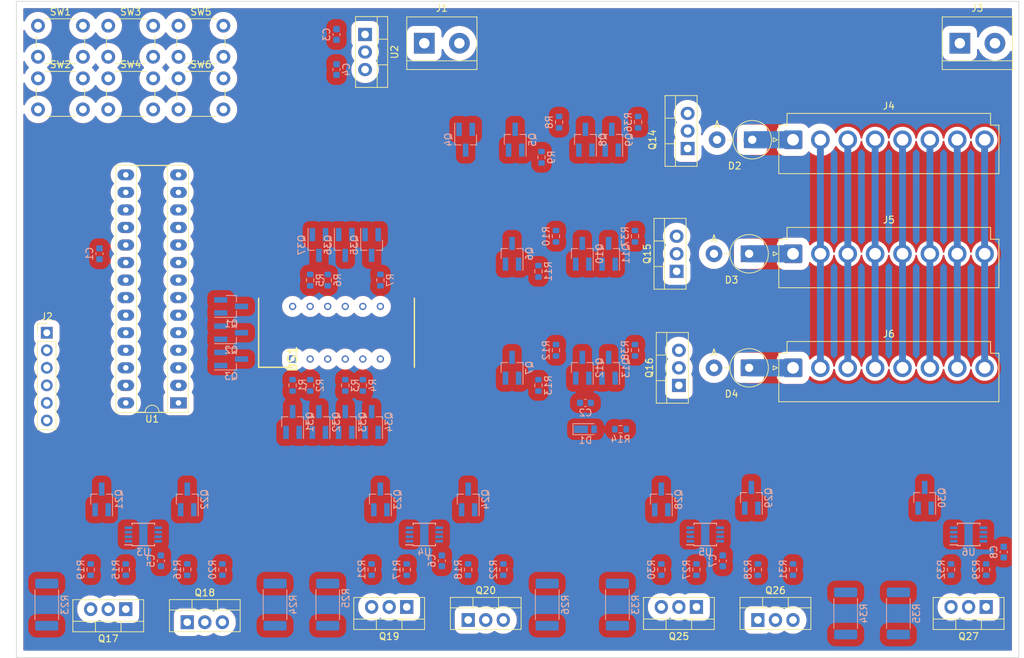
<source format=kicad_pcb>
(kicad_pcb (version 20211014) (generator pcbnew)
  (layers (0 "F.Cu" signal) (31 "B.Cu" signal) (34 "B.Paste" user) (35 "F.Paste" user) (36 "B.SilkS" user "B.Silkscreen") (37 "F.SilkS" user "F.Silkscreen") (38 "B.Mask" user) (39 "F.Mask" user) (44 "Edge.Cuts" user))
  (net 0 "")
  (net 1 "GND")
  (net 2 "+3.3V")
  (net 3 "Net-(C2-Pad2)")
  (net 4 "+12V")
  (net 5 "/anodeOne")
  (net 6 "/anodeTen")
  (net 7 "/anodeHun")
  (net 8 "Net-(DS1-Pad1)")
  (net 9 "Net-(DS1-Pad2)")
  (net 11 "Net-(DS1-Pad4)")
  (net 12 "Net-(DS1-Pad5)")
  (net 14 "Net-(DS1-Pad7)")
  (net 15 "Net-(DS1-Pad8)")
  (net 16 "Net-(DS1-Pad9)")
  (net 17 "Net-(DS1-Pad10)")
  (net 18 "Net-(DS1-Pad11)")
  (net 19 "Net-(DS1-Pad12)")
  (net 20 "/MCLR")
  (net 21 "/PGD")
  (net 22 "/PGC")
  (net 24 "VDD")
  (net 25 "/cathodeA")
  (net 26 "/cathodeB")
  (net 27 "/cathodeC")
  (net 28 "/cathodeD")
  (net 29 "/cathodeE")
  (net 30 "/cathodeF")
  (net 31 "/cathodeG")
  (net 32 "/placeHun")
  (net 33 "/placeTen")
  (net 34 "/placeOne")
  (net 35 "/enable")
  (net 36 "Net-(Q4-Pad3)")
  (net 37 "Net-(Q5-Pad3)")
  (net 38 "Net-(Q6-Pad3)")
  (net 39 "Net-(Q7-Pad3)")
  (net 40 "Net-(Q8-Pad1)")
  (net 41 "Net-(Q10-Pad1)")
  (net 42 "Net-(Q10-Pad3)")
  (net 43 "Net-(Q12-Pad1)")
  (net 44 "Net-(Q12-Pad3)")
  (net 45 "Net-(Q17-Pad1)")
  (net 46 "Net-(Q17-Pad3)")
  (net 47 "Net-(Q18-Pad1)")
  (net 48 "Net-(Q18-Pad3)")
  (net 49 "Net-(Q19-Pad1)")
  (net 50 "Net-(Q19-Pad3)")
  (net 51 "Net-(Q20-Pad1)")
  (net 52 "Net-(Q20-Pad3)")
  (net 53 "/segmentA")
  (net 54 "/Vref")
  (net 55 "/segmentB")
  (net 56 "/segmentD")
  (net 57 "Net-(Q25-Pad1)")
  (net 58 "Net-(Q25-Pad3)")
  (net 59 "Net-(Q26-Pad1)")
  (net 60 "Net-(Q26-Pad3)")
  (net 61 "Net-(Q27-Pad1)")
  (net 62 "Net-(Q27-Pad3)")
  (net 63 "/segmentE")
  (net 64 "/segmentF")
  (net 65 "/segmentG")
  (net 66 "/segmentC")
  (net 67 "Net-(R15-Pad1)")
  (net 68 "Net-(R16-Pad1)")
  (net 69 "Net-(R17-Pad1)")
  (net 70 "Net-(R18-Pad1)")
  (net 71 "Net-(R19-Pad1)")
  (net 72 "Net-(R20-Pad1)")
  (net 73 "Net-(R21-Pad1)")
  (net 74 "Net-(R22-Pad1)")
  (net 75 "Net-(R27-Pad1)")
  (net 76 "Net-(R28-Pad1)")
  (net 77 "Net-(R29-Pad1)")
  (net 78 "Net-(R30-Pad1)")
  (net 79 "Net-(R31-Pad1)")
  (net 80 "Net-(R32-Pad1)")
  (net 81 "/plusHun")
  (net 82 "/minusHun")
  (net 83 "/plusTen")
  (net 84 "/minusTen")
  (net 85 "/plusOne")
  (net 86 "/minusOne")
  (net 87 "/SCL")
  (net 88 "/SDA")
  (net 92 "Net-(Q22-Pad2)")
  (net 93 "Net-(Q30-Pad2)")
  (net 94 "Net-(D2-Pad2)")
  (net 95 "Net-(D3-Pad2)")
  (net 96 "Net-(D4-Pad2)")
  (net 97 "Net-(Q8-Pad3)")
  (net 98 "Net-(Q14-Pad1)")
  (net 99 "Net-(Q15-Pad1)")
  (net 100 "Net-(Q16-Pad1)")
  (net 101 "Net-(Q21-Pad2)")
  (net 102 "Net-(Q23-Pad2)")
  (net 103 "Net-(Q24-Pad2)")
  (net 104 "Net-(Q28-Pad2)")
  (net 105 "Net-(Q29-Pad2)")
  (net 106 "Net-(Q32-Pad3)")
  (net 107 "Net-(Q33-Pad3)")
  (net 108 "Net-(Q34-Pad3)")
  (net 109 "Net-(Q35-Pad3)")
  (net 110 "Net-(Q36-Pad3)")
  (net 111 "Net-(Q37-Pad3)")
  (net 112 "Net-(Q31-Pad3)")
  (footprint "Package_TO_SOT_THT:TO-220-3_Vertical" (layer "F.Cu") (at 175.26 135.565)
    (fp_text reference "Q26")
    (fp_text value "TK40E06N1")
  )
  (footprint "Diode_THT:D_DO-27_P5.08mm_Vertical_AnodeUp" (layer "F.Cu") (at 173.99 82.55 180)
    (fp_text reference "D3")
    (fp_text value "ER504")
  )
  (footprint "Package_TO_SOT_THT:TO-220-3_Vertical" (layer "F.Cu") (at 83.82 134 180)
    (fp_text reference "Q17")
    (fp_text value "TK40E06N1")
  )
  (footprint "Button_Switch_THT:SW_PUSH_6mm" (layer "F.Cu") (at 91.44 49.53)
    (fp_text reference "SW5")
    (fp_text value "SW_Push")
  )
  (footprint "Connector_JST:JST_VH_B8P-VH_1x08_P3.96mm_Vertical" (layer "F.Cu") (at 180.34 82.55)
    (fp_text reference "J5")
    (fp_text value "Conn_01x08_Male")
  )
  (footprint "Button_Switch_THT:SW_PUSH_6mm" (layer "F.Cu") (at 91.44 57.15)
    (fp_text reference "SW6")
    (fp_text value "SW_Push")
  )
  (footprint "2831BS-RIGHT-ANGLE:DIPS762W45P254L2253H610Q12N" (layer "F.Cu") (at 107.95 97.79 90)
    (fp_text reference "DS1")
    (fp_text value "2831BS-RIGHT-ANGLE" hide)
  )
  (footprint "Button_Switch_THT:SW_PUSH_6mm" (layer "F.Cu") (at 71.12 49.53)
    (fp_text reference "SW1")
    (fp_text value "SW_Push")
  )
  (footprint "Package_TO_SOT_THT:TO-220-3_Vertical" (layer "F.Cu") (at 118.435 50.8 -90)
    (fp_text reference "U2")
    (fp_text value "LM2931-3.3_TO220")
  )
  (footprint "Button_Switch_THT:SW_PUSH_6mm" (layer "F.Cu") (at 71.12 57.15)
    (fp_text reference "SW2")
    (fp_text value "SW_Push")
  )
  (footprint "Package_DIP:DIP-28_W7.62mm_Socket_LongPads" (layer "F.Cu") (at 91.44 104.14 180)
    (fp_text reference "U1")
    (fp_text value "PIC16F1516-ISP")
  )
  (footprint "Diode_THT:D_DO-27_P5.08mm_Vertical_AnodeUp" (layer "F.Cu") (at 174.44 66.04 180)
    (fp_text reference "D2")
    (fp_text value "ER504")
  )
  (footprint "Connector_JST:JST_VH_B8P-VH_1x08_P3.96mm_Vertical" (layer "F.Cu") (at 180.34 66.04)
    (fp_text reference "J4")
    (fp_text value "Conn_01x08_Male")
  )
  (footprint "Package_TO_SOT_THT:TO-220-3_Vertical" (layer "F.Cu") (at 163.505 85.09 90)
    (fp_text reference "Q15")
    (fp_text value "2SJ349")
  )
  (footprint "TerminalBlock:TerminalBlock_bornier-2_P5.08mm" (layer "F.Cu") (at 127 52.07)
    (fp_text reference "J1")
    (fp_text value "Conn_01x02_Male")
  )
  (footprint "Package_TO_SOT_THT:TO-220-3_Vertical" (layer "F.Cu") (at 124.46 133.675 180)
    (fp_text reference "Q19")
    (fp_text value "TK40E06N1")
  )
  (footprint "Button_Switch_THT:SW_PUSH_6mm" (layer "F.Cu") (at 81.28 57.15)
    (fp_text reference "SW4")
    (fp_text value "SW_Push")
  )
  (footprint "Package_TO_SOT_THT:TO-220-3_Vertical" (layer "F.Cu") (at 92.71 135.89)
    (fp_text reference "Q18")
    (fp_text value "TK40E06N1")
  )
  (footprint "Package_TO_SOT_THT:TO-220-3_Vertical" (layer "F.Cu") (at 166.37 133.675 180)
    (fp_text reference "Q25")
    (fp_text value "TK40E06N1")
  )
  (footprint "Connector_PinHeader_2.54mm:PinHeader_1x06_P2.54mm_Vertical" (layer "F.Cu") (at 72.39 93.98)
    (fp_text reference "J2")
    (fp_text value "Conn_01x06_Male")
  )
  (footprint "TerminalBlock:TerminalBlock_bornier-2_P5.08mm" (layer "F.Cu") (at 204.47 52.07)
    (fp_text reference "J3")
    (fp_text value "Conn_01x02_Male")
  )
  (footprint "Package_TO_SOT_THT:TO-220-3_Vertical" (layer "F.Cu") (at 133.35 135.565)
    (fp_text reference "Q20")
    (fp_text value "TK40E06N1")
  )
  (footprint "Connector_JST:JST_VH_B8P-VH_1x08_P3.96mm_Vertical" (layer "F.Cu") (at 180.34 99.06)
    (fp_text reference "J6")
    (fp_text value "Conn_01x08_Male")
  )
  (footprint "Package_TO_SOT_THT:TO-220-3_Vertical" (layer "F.Cu") (at 163.83 101.6 90)
    (fp_text reference "Q16")
    (fp_text value "2SJ349")
  )
  (footprint "Button_Switch_THT:SW_PUSH_6mm" (layer "F.Cu") (at 81.28 49.53)
    (fp_text reference "SW3")
    (fp_text value "SW_Push")
  )
  (footprint "Package_TO_SOT_THT:TO-220-3_Vertical" (layer "F.Cu") (at 208.28 133.675 180)
    (fp_text reference "Q27")
    (fp_text value "TK40E06N1")
  )
  (footprint "Diode_THT:D_DO-27_P5.08mm_Vertical_AnodeUp" (layer "F.Cu") (at 173.99 99.06 180)
    (fp_text reference "D4")
    (fp_text value "ER504")
  )
  (footprint "Package_TO_SOT_THT:TO-220-3_Vertical" (layer "F.Cu") (at 165.1 67.31 90)
    (fp_text reference "Q14")
    (fp_text value "2SJ349")
  )
  (footprint "Resistor_SMD:R_2512_6332Metric_Pad1.40x3.35mm_HandSolder" (layer "B.Cu") (at 105.41 133.35 90)
    (fp_text reference "R24")
    (fp_text value "1.0")
  )
  (footprint "Package_TO_SOT_SMD:SOT-23_Handsoldering" (layer "B.Cu") (at 119.38 106.91 90)
    (fp_text reference "Q34")
    (fp_text value "BSS138")
  )
  (footprint "Resistor_SMD:R_2512_6332Metric_Pad1.40x3.35mm_HandSolder" (layer "B.Cu") (at 187.96 134.62 90)
    (fp_text reference "R34")
    (fp_text value "1.0")
  )
  (footprint "Package_SO:TSSOP-8_3x3mm_P0.65mm" (layer "B.Cu") (at 167.64 123.19)
    (fp_text reference "U5")
    (fp_text value "LM358")
  )
  (footprint "Resistor_SMD:R_0603_1608Metric" (layer "B.Cu") (at 180.34 128.27 -90)
    (fp_text reference "R31")
    (fp_text value "1k")
  )
  (footprint "Package_TO_SOT_SMD:SOT-23_Handsoldering" (layer "B.Cu") (at 140.15 66.04 90)
    (fp_text reference "Q5")
    (fp_text value "BSS138")
  )
  (footprint "Package_TO_SOT_SMD:SOT-23_Handsoldering" (layer "B.Cu") (at 120.65 118.11 90)
    (fp_text reference "Q23")
    (fp_text value "BSS138")
  )
  (footprint "Resistor_SMD:R_0603_1608Metric" (layer "B.Cu") (at 92.71 128.27 -90)
    (fp_text reference "R16")
    (fp_text value "20")
  )
  (footprint "Package_TO_SOT_SMD:SOT-23_Handsoldering" (layer "B.Cu") (at 107.95 106.91 90)
    (fp_text reference "Q31")
    (fp_text value "BSS138")
  )
  (footprint "Capacitor_SMD:C_0603_1608Metric" (layer "B.Cu") (at 150.31 104.14)
    (fp_text reference "C2")
    (fp_text value "1u")
  )
  (footprint "Package_SO:TSSOP-8_3x3mm_P0.65mm" (layer "B.Cu") (at 86.36 123.19)
    (fp_text reference "U3")
    (fp_text value "LM358")
  )
  (footprint "Resistor_SMD:R_0603_1608Metric" (layer "B.Cu") (at 203.2 128.27 -90)
    (fp_text reference "R32")
    (fp_text value "1k")
  )
  (footprint "Resistor_SMD:R_2512_6332Metric_Pad1.40x3.35mm_HandSolder" (layer "B.Cu") (at 113.03 133.35 90)
    (fp_text reference "R25")
    (fp_text value "1.0")
  )
  (footprint "Capacitor_SMD:C_0603_1608Metric" (layer "B.Cu") (at 170.18 127 -90)
    (fp_text reference "C7")
    (fp_text value "0.1u")
  )
  (footprint "Package_TO_SOT_SMD:SOT-23_Handsoldering" (layer "B.Cu") (at 115.57 106.91 90)
    (fp_text reference "Q33")
    (fp_text value "BSS138")
  )
  (footprint "Resistor_SMD:R_0603_1608Metric" (layer "B.Cu") (at 157.93 63.5 -90)
    (fp_text reference "R36")
    (fp_text value "20")
  )
  (footprint "Resistor_SMD:R_0603_1608Metric" (layer "B.Cu") (at 124.46 128.27 -90)
    (fp_text reference "R17")
    (fp_text value "20")
  )
  (footprint "Resistor_SMD:R_0603_1608Metric" (layer "B.Cu") (at 146.05 80.01 -90)
    (fp_text reference "R10")
    (fp_text value "3.3k")
  )
  (footprint "Resistor_SMD:R_0603_1608Metric" (layer "B.Cu") (at 143.96 68.58 90)
    (fp_text reference "R9")
    (fp_text value "10k")
  )
  (footprint "Resistor_SMD:R_2512_6332Metric_Pad1.40x3.35mm_HandSolder" (layer "B.Cu") (at 72.39 133.35 90)
    (fp_text reference "R23")
    (fp_text value "1.0")
  )
  (footprint "Package_TO_SOT_SMD:SOT-23_Handsoldering" (layer "B.Cu") (at 161.29 118.11 90)
    (fp_text reference "Q28")
    (fp_text value "BSS138")
  )
  (footprint "Package_TO_SOT_SMD:SOT-23_Handsoldering" (layer "B.Cu") (at 154.12 66.04 90)
    (fp_text reference "Q9")
    (fp_text value "BSS138")
  )
  (footprint "Capacitor_SMD:C_0603_1608Metric" (layer "B.Cu") (at 88.9 127 -90)
    (fp_text reference "C5")
    (fp_text value "0.1u")
  )
  (footprint "Capacitor_SMD:C_0603_1608Metric" (layer "B.Cu") (at 114.3 55.88 90)
    (fp_text reference "C4")
    (fp_text value "10u")
  )
  (footprint "Package_TO_SOT_SMD:SOT-23_Handsoldering" (layer "B.Cu") (at 139.7 99.06 90)
    (fp_text reference "Q7")
    (fp_text value "BSS138")
  )
  (footprint "Resistor_SMD:R_0603_1608Metric" (layer "B.Cu") (at 161.29 128.27 -90)
    (fp_text reference "R30")
    (fp_text value "1k")
  )
  (footprint "Package_TO_SOT_SMD:SOT-23_Handsoldering" (layer "B.Cu") (at 80.33 118.11 90)
    (fp_text reference "Q21")
    (fp_text value "BSS138")
  )
  (footprint "Package_TO_SOT_SMD:SOT-23_Handsoldering" (layer "B.Cu") (at 149.86 99.06 90)
    (fp_text reference "Q12")
    (fp_text value "BSS84")
  )
  (footprint "Capacitor_SMD:C_0603_1608Metric" (layer "B.Cu") (at 80.01 82.55 -90)
    (fp_text reference "C1")
    (fp_text value "0.1u")
  )
  (footprint "Package_TO_SOT_SMD:SOT-23_Handsoldering" (layer "B.Cu") (at 133.35 118.11 90)
    (fp_text reference "Q24")
    (fp_text value "BSS138")
  )
  (footprint "Resistor_SMD:R_0603_1608Metric" (layer "B.Cu") (at 175.26 128.27 -90)
    (fp_text reference "R28")
    (fp_text value "20")
  )
  (footprint "Package_SO:TSSOP-8_3x3mm_P0.65mm" (layer "B.Cu") (at 127 123.19)
    (fp_text reference "U4")
    (fp_text value "LM358")
  )
  (footprint "Capacitor_SMD:C_0603_1608Metric" (layer "B.Cu") (at 210.82 125.73 -90)
    (fp_text reference "C8")
    (fp_text value "0.1u")
  )
  (footprint "Package_SO:TSSOP-8_3x3mm_P0.65mm" (layer "B.Cu") (at 205.74 123.19)
    (fp_text reference "U6")
    (fp_text value "LM358")
  )
  (footprint "Resistor_SMD:R_0603_1608Metric" (layer "B.Cu") (at 143.51 101.6 90)
    (fp_text reference "R13")
    (fp_text value "10k")
  )
  (footprint "Resistor_SMD:R_0603_1608Metric" (layer "B.Cu") (at 115.57 101.6 90)
    (fp_text reference "R3")
    (fp_text value "1k")
  )
  (footprint "Package_TO_SOT_SMD:SOT-23_Handsoldering" (layer "B.Cu") (at 99.06 97.79)
    (fp_text reference "Q3")
    (fp_text value "BSS84")
  )
  (footprint "Package_TO_SOT_SMD:SOT-23_Handsoldering" (layer "B.Cu") (at 111.76 81.28 -90)
    (fp_text reference "Q37")
    (fp_text value "BSS138")
  )
  (footprint "Resistor_SMD:R_0603_1608Metric" (layer "B.Cu") (at 138.43 128.27 -90)
    (fp_text reference "R22")
    (fp_text value "1k")
  )
  (footprint "Resistor_SMD:R_0603_1608Metric" (layer "B.Cu") (at 157.48 96.52 -90)
    (fp_text reference "R38")
    (fp_text value "20")
  )
  (footprint "Resistor_SMD:R_0603_1608Metric" (layer "B.Cu") (at 166.37 128.27 -90)
    (fp_text reference "R27")
    (fp_text value "20")
  )
  (footprint "Package_TO_SOT_SMD:SOT-23_Handsoldering" (layer "B.Cu") (at 149.86 82.55 90)
    (fp_text reference "Q10")
    (fp_text value "BSS84")
  )
  (footprint "Resistor_SMD:R_0603_1608Metric" (layer "B.Cu") (at 208.28 128.27 -90)
    (fp_text reference "R29")
    (fp_text value "20")
  )
  (footprint "Package_TO_SOT_SMD:SOT-23_Handsoldering" (layer "B.Cu") (at 92.71 118.11 90)
    (fp_text reference "Q22")
    (fp_text value "BSS138")
  )
  (footprint "Resistor_SMD:R_0603_1608Metric" (layer "B.Cu") (at 97.79 128.27 -90)
    (fp_text reference "R20")
    (fp_text value "1k")
  )
  (footprint "Resistor_SMD:R_0603_1608Metric" (layer "B.Cu") (at 146.05 96.52 -90)
    (fp_text reference "R12")
    (fp_text value "3.3k")
  )
  (footprint "Resistor_SMD:R_0603_1608Metric" (layer "B.Cu") (at 133.35 128.27 -90)
    (fp_text reference "R18")
    (fp_text value "20")
  )
  (footprint "Package_TO_SOT_SMD:SOT-23_Handsoldering" (layer "B.Cu") (at 99.06 90.17)
    (fp_text reference "Q1")
    (fp_text value "BSS84")
  )
  (footprint "Resistor_SMD:R_0603_1608Metric" (layer "B.Cu") (at 107.95 101.6 90)
    (fp_text reference "R1")
    (fp_text value "1k")
  )
  (footprint "Resistor_SMD:R_0603_1608Metric" (layer "B.Cu") (at 110.49 86.36 90)
    (fp_text reference "R5")
    (fp_text value "1k")
  )
  (footprint "Package_TO_SOT_SMD:SOT-23_Handsoldering" (layer "B.Cu") (at 119.38 81.28 -90)
    (fp_text reference "Q35")
    (fp_text value "BSS138")
  )
  (footprint "Package_TO_SOT_SMD:SOT-23_Handsoldering" (layer "B.Cu") (at 111.76 106.91 90)
    (fp_text reference "Q32")
    (fp_text value "BSS138")
  )
  (footprint "Resistor_SMD:R_2512_6332Metric_Pad1.40x3.35mm_HandSolder" (layer "B.Cu") (at 144.78 133.35 90)
    (fp_text reference "R26")
    (fp_text value "1.0")
  )
  (footprint "Package_TO_SOT_SMD:SOT-23_Handsoldering" (layer "B.Cu") (at 115.57 81.28 -90)
    (fp_text reference "Q36")
    (fp_text value "BSS138")
  )
  (footprint "Resistor_SMD:R_0603_1608Metric" (layer "B.Cu") (at 146.5 63.5 -90)
    (fp_text reference "R8")
    (fp_text value "3.3k")
  )
  (footprint "Resistor_SMD:R_0603_1608Metric" (layer "B.Cu") (at 143.51 85.09 90)
    (fp_text reference "R11")
    (fp_text value "10k")
  )
  (footprint "Resistor_SMD:R_0603_1608Metric" (layer "B.Cu") (at 155.39 107.95)
    (fp_text reference "R14")
    (fp_text value "10k")
  )
  (footprint "Package_TO_SOT_SMD:SOT-23_Handsoldering" (layer "B.Cu") (at 153.67 82.55 90)
    (fp_text reference "Q11")
    (fp_text value "BSS138")
  )
  (footprint "Package_TO_SOT_SMD:SOT-23_Handsoldering" (layer "B.Cu") (at 99.06 93.98)
    (fp_text reference "Q2")
    (fp_text value "BSS84")
  )
  (footprint "Resistor_SMD:R_0603_1608Metric" (layer "B.Cu") (at 119.38 128.27 -90)
    (fp_text reference "R21")
    (fp_text value "1k")
  )
  (footprint "Resistor_SMD:R_2512_6332Metric_Pad1.40x3.35mm_HandSolder" (layer "B.Cu") (at 154.94 133.35 90)
    (fp_text reference "R33")
    (fp_text value "1.0")
  )
  (footprint "Package_TO_SOT_SMD:SOT-23_Handsoldering" (layer "B.Cu") (at 139.7 82.55 90)
    (fp_text reference "Q6")
    (fp_text value "BSS138")
  )
  (footprint "Resistor_SMD:R_0603_1608Metric" (layer "B.Cu") (at 118.11 101.6 90)
    (fp_text reference "R4")
    (fp_text value "1k")
  )
  (footprint "Package_TO_SOT_SMD:SOT-23_Handsoldering" (layer "B.Cu") (at 199.39 117.88 90)
    (fp_text reference "Q30")
    (fp_text value "BSS138")
  )
  (footprint "Package_TO_SOT_SMD:SOT-23_Handsoldering" (layer "B.Cu") (at 150.31 66.04 90)
    (fp_text reference "Q8")
    (fp_text value "BSS84")
  )
  (footprint "Resistor_SMD:R_0603_1608Metric" (layer "B.Cu") (at 78.74 128.27 -90)
    (fp_text reference "R19")
    (fp_text value "1k")
  )
  (footprint "Capacitor_SMD:C_0603_1608Metric" (layer "B.Cu") (at 114.3 50.8 -90)
    (fp_text reference "C3")
    (fp_text value "10u")
  )
  (footprint "Resistor_SMD:R_2512_6332Metric_Pad1.40x3.35mm_HandSolder" (layer "B.Cu") (at 195.58 134.62 90)
    (fp_text reference "R35")
    (fp_text value "1.0")
  )
  (footprint "Resistor_SMD:R_0603_1608Metric" (layer "B.Cu") (at 120.65 86.36 90)
    (fp_text reference "R7")
    (fp_text value "1k")
  )
  (footprint "Diode_SMD:D_TUMD2" (layer "B.Cu") (at 150.31 107.95)
    (fp_text reference "D1")
    (fp_text value "GDZJ112C")
  )
  (footprint "Capacitor_SMD:C_0603_1608Metric" (layer "B.Cu") (at 129.54 127 -90)
    (fp_text reference "C6")
    (fp_text value "0.1u")
  )
  (footprint "Resistor_SMD:R_0603_1608Metric" (layer "B.Cu") (at 157.48 80.01 -90)
    (fp_text reference "R37")
    (fp_text value "20")
  )
  (footprint "Resistor_SMD:R_0603_1608Metric" (layer "B.Cu") (at 83.82 128.27 -90)
    (fp_text reference "R15")
    (fp_text value "20")
  )
  (footprint "Package_TO_SOT_SMD:SOT-23_Handsoldering" (layer "B.Cu") (at 174.31 117.88 90)
    (fp_text reference "Q29")
    (fp_text value "BSS138")
  )
  (footprint "Resistor_SMD:R_0603_1608Metric" (layer "B.Cu") (at 113.03 86.36 90)
    (fp_text reference "R6")
    (fp_text value "1k")
  )
  (footprint "Package_TO_SOT_SMD:SOT-23_Handsoldering" (layer "B.Cu") (at 132.98 66.04 -90)
    (fp_text reference "Q4")
    (fp_text value "BSS138")
  )
  (footprint "Resistor_SMD:R_0603_1608Metric" (layer "B.Cu") (at 110.49 101.6 90)
    (fp_text reference "R2")
    (fp_text value "1k")
  )
  (footprint "Package_TO_SOT_SMD:SOT-23_Handsoldering" (layer "B.Cu") (at 153.67 99.06 90)
    (fp_text reference "Q13")
    (fp_text value "BSS138")
  )
  (gr_line (start 68 46) (end 68 141) (layer "Edge.Cuts") (width 0.1))
  (gr_line (start 68 141) (end 213 141) (layer "Edge.Cuts") (width 0.1))
  (gr_line (start 213 46) (end 68 46) (layer "Edge.Cuts") (width 0.1))
  (gr_line (start 213 141) (end 213 46) (layer "Edge.Cuts") (width 0.1))
  (segment (start 174.44 66.04) (end 180.34 66.04) (width 2.5) (layer "B.Cu") (net 5))
  (segment (start 173.99 82.55) (end 180.34 82.55) (width 2.5) (layer "B.Cu") (net 6))
  (segment (start 173.99 99.06) (end 180.34 99.06) (width 2.5) (layer "B.Cu") (net 7))
  (segment locked (start 184.3 66.04) (end 184.3 99.06) (width 1) (layer "B.Cu") (net 25))
  (segment locked (start 188.26 99.06) (end 188.26 66.04) (width 1) (layer "B.Cu") (net 26))
  (segment locked (start 192.22 66.04) (end 192.22 99.06) (width 1) (layer "B.Cu") (net 27))
  (segment locked (start 196.18 99.06) (end 196.18 66.04) (width 1) (layer "B.Cu") (net 28))
  (segment locked (start 200.14 66.04) (end 200.14 99.06) (width 1) (layer "B.Cu") (net 29))
  (segment locked (start 204.1 99.06) (end 204.1 66.04) (width 1) (layer "B.Cu") (net 30))
  (segment locked (start 208.06 66.04) (end 208.06 99.06) (width 1) (layer "B.Cu") (net 31))
  (zone (net 0) (net_name "") (layers F&B.Cu) (connect_pads (clearance 1)) (min_thickness 0.254) (fill yes (thermal_gap 0.508) (thermal_bridge_width 0.508))
    (polygon (pts (xy 213 141) (xy 68 141) (xy 68 46) (xy 213 46)))
  )
)
</source>
